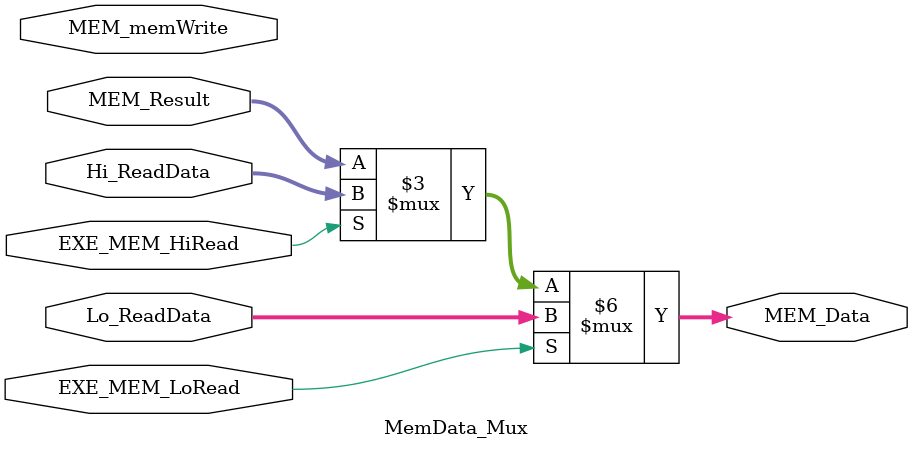
<source format=v>
module MemData_Mux (MEM_Data, Lo_ReadData, Hi_ReadData, MEM_Result, EXE_MEM_LoRead, EXE_MEM_HiRead, MEM_memWrite);

// input
	input [63:0] Lo_ReadData, Hi_ReadData, MEM_Result;
	input EXE_MEM_LoRead, EXE_MEM_HiRead, MEM_memWrite;
	
// output
	output reg [63:0] MEM_Data;
	
	always @(*)
		begin
			if(EXE_MEM_LoRead)
				MEM_Data <= Lo_ReadData;
			
			else if(EXE_MEM_HiRead)
				MEM_Data <= Hi_ReadData;
				
			else 
				MEM_Data <= MEM_Result;
		end
		
endmodule

</source>
